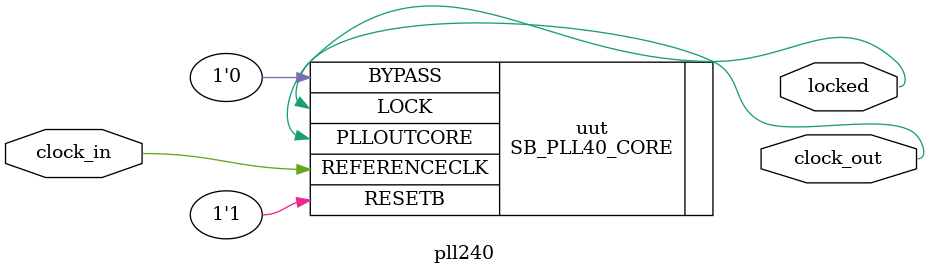
<source format=v>
/**
 * PLL configuration
 *
 * This Verilog module was generated automatically
 * using the icepll tool from the IceStorm project.
 * Use at your own risk.
 *
 * Given input frequency:        12.000 MHz
 * Requested output frequency:  240.000 MHz
 * Achieved output frequency:   240.000 MHz
 */

module pll240(
	input  clock_in,
	output clock_out,
	output locked
	);

SB_PLL40_CORE #(
		.FEEDBACK_PATH("SIMPLE"),
		.DIVR(4'b0000),		// DIVR =  0
		.DIVF(7'b1001111),	// DIVF = 79
		.DIVQ(3'b010),		// DIVQ =  2
		.FILTER_RANGE(3'b001)	// FILTER_RANGE = 1
	) uut (
		.LOCK(locked),
		.RESETB(1'b1),
		.BYPASS(1'b0),
		.REFERENCECLK(clock_in),
		.PLLOUTCORE(clock_out)
		);

endmodule

</source>
